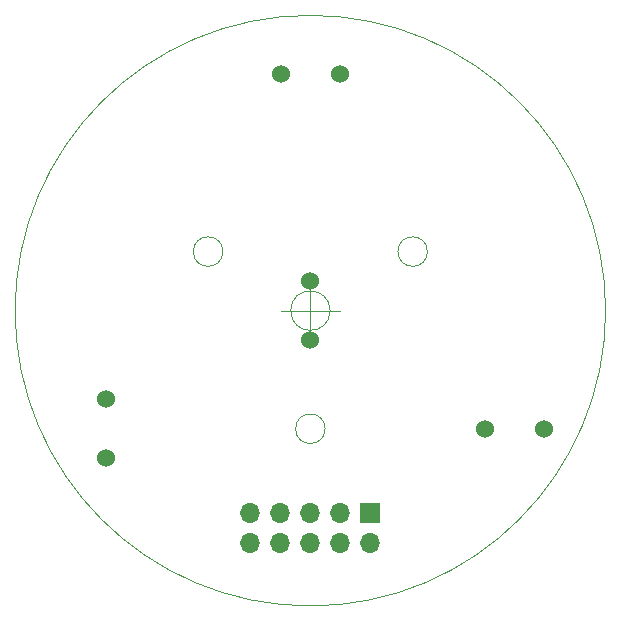
<source format=gbr>
%TF.GenerationSoftware,KiCad,Pcbnew,(5.1.10)-1*%
%TF.CreationDate,2021-07-18T17:44:11+03:00*%
%TF.ProjectId,Flow,466c6f77-2e6b-4696-9361-645f70636258,rev?*%
%TF.SameCoordinates,Original*%
%TF.FileFunction,Soldermask,Bot*%
%TF.FilePolarity,Negative*%
%FSLAX46Y46*%
G04 Gerber Fmt 4.6, Leading zero omitted, Abs format (unit mm)*
G04 Created by KiCad (PCBNEW (5.1.10)-1) date 2021-07-18 17:44:11*
%MOMM*%
%LPD*%
G01*
G04 APERTURE LIST*
%TA.AperFunction,Profile*%
%ADD10C,0.050000*%
%TD*%
%ADD11C,1.524000*%
%ADD12O,1.700000X1.700000*%
%ADD13R,1.700000X1.700000*%
G04 APERTURE END LIST*
D10*
X-7410254Y5000000D02*
G75*
G03*
X-7410254Y5000000I-1250000J0D01*
G01*
X9910254Y5000000D02*
G75*
G03*
X9910254Y5000000I-1250000J0D01*
G01*
X1250000Y-10000000D02*
G75*
G03*
X1250000Y-10000000I-1250000J0D01*
G01*
X1666666Y0D02*
G75*
G03*
X1666666Y0I-1666666J0D01*
G01*
X-2500000Y0D02*
X2500000Y0D01*
X0Y2500000D02*
X0Y-2500000D01*
X25000000Y0D02*
G75*
G03*
X25000000Y0I-25000000J0D01*
G01*
D11*
%TO.C,LS4*%
X-17320508Y-7500000D03*
X-17320508Y-12500000D03*
%TD*%
%TO.C,LS3*%
X-2500000Y20000000D03*
X2500000Y20000000D03*
%TD*%
%TO.C,LS2*%
X19820508Y-10000000D03*
X14820508Y-10000000D03*
%TD*%
%TO.C,LS1*%
X0Y2500000D03*
X0Y-2500000D03*
%TD*%
D12*
%TO.C,J1*%
X-5080000Y-19685000D03*
X-5080000Y-17145000D03*
X-2540000Y-19685000D03*
X-2540000Y-17145000D03*
X0Y-19685000D03*
X0Y-17145000D03*
X2540000Y-19685000D03*
X2540000Y-17145000D03*
X5080000Y-19685000D03*
D13*
X5080000Y-17145000D03*
%TD*%
M02*

</source>
